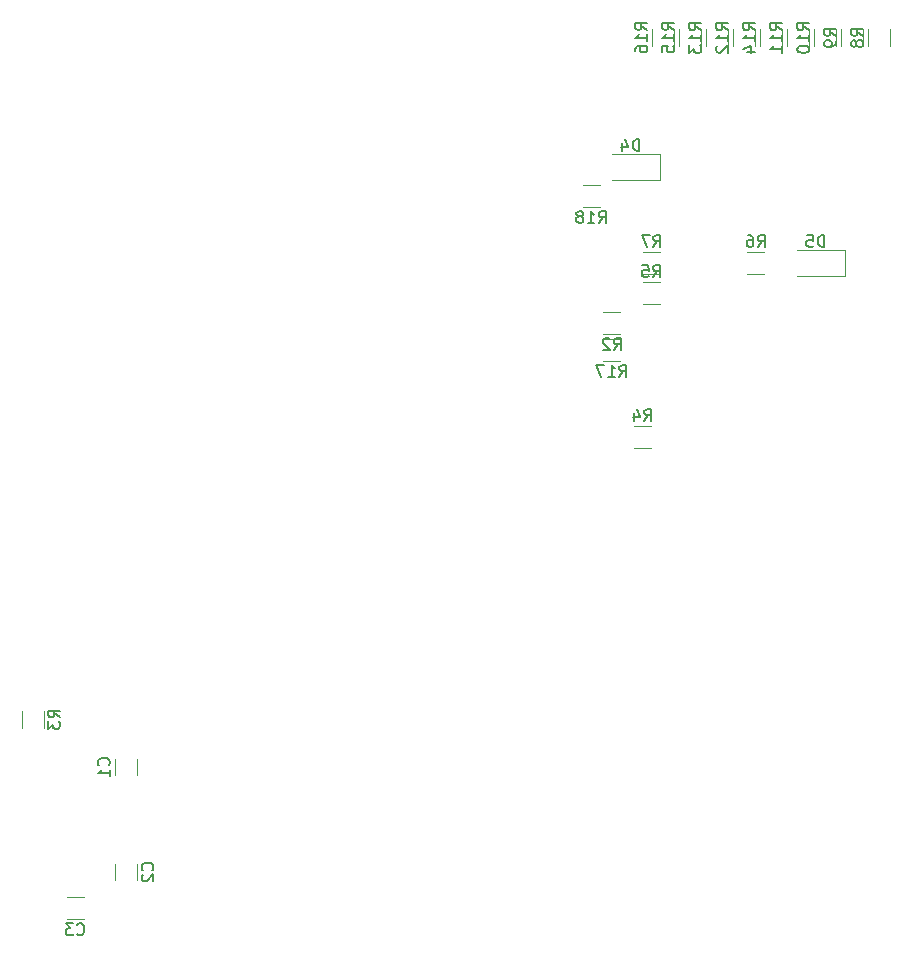
<source format=gbr>
%TF.GenerationSoftware,KiCad,Pcbnew,7.0.10-7.0.10~ubuntu20.04.1*%
%TF.CreationDate,2024-01-16T10:42:35+01:00*%
%TF.ProjectId,Unicomp_LCD_Board,556e6963-6f6d-4705-9f4c-43445f426f61,rev?*%
%TF.SameCoordinates,Original*%
%TF.FileFunction,Legend,Bot*%
%TF.FilePolarity,Positive*%
%FSLAX46Y46*%
G04 Gerber Fmt 4.6, Leading zero omitted, Abs format (unit mm)*
G04 Created by KiCad (PCBNEW 7.0.10-7.0.10~ubuntu20.04.1) date 2024-01-16 10:42:35*
%MOMM*%
%LPD*%
G01*
G04 APERTURE LIST*
%ADD10C,0.150000*%
%ADD11C,0.120000*%
G04 APERTURE END LIST*
D10*
X129140857Y-57900819D02*
X129474190Y-57424628D01*
X129712285Y-57900819D02*
X129712285Y-56900819D01*
X129712285Y-56900819D02*
X129331333Y-56900819D01*
X129331333Y-56900819D02*
X129236095Y-56948438D01*
X129236095Y-56948438D02*
X129188476Y-56996057D01*
X129188476Y-56996057D02*
X129140857Y-57091295D01*
X129140857Y-57091295D02*
X129140857Y-57234152D01*
X129140857Y-57234152D02*
X129188476Y-57329390D01*
X129188476Y-57329390D02*
X129236095Y-57377009D01*
X129236095Y-57377009D02*
X129331333Y-57424628D01*
X129331333Y-57424628D02*
X129712285Y-57424628D01*
X128188476Y-57900819D02*
X128759904Y-57900819D01*
X128474190Y-57900819D02*
X128474190Y-56900819D01*
X128474190Y-56900819D02*
X128569428Y-57043676D01*
X128569428Y-57043676D02*
X128664666Y-57138914D01*
X128664666Y-57138914D02*
X128759904Y-57186533D01*
X127855142Y-56900819D02*
X127188476Y-56900819D01*
X127188476Y-56900819D02*
X127617047Y-57900819D01*
X85885580Y-90765333D02*
X85933200Y-90717714D01*
X85933200Y-90717714D02*
X85980819Y-90574857D01*
X85980819Y-90574857D02*
X85980819Y-90479619D01*
X85980819Y-90479619D02*
X85933200Y-90336762D01*
X85933200Y-90336762D02*
X85837961Y-90241524D01*
X85837961Y-90241524D02*
X85742723Y-90193905D01*
X85742723Y-90193905D02*
X85552247Y-90146286D01*
X85552247Y-90146286D02*
X85409390Y-90146286D01*
X85409390Y-90146286D02*
X85218914Y-90193905D01*
X85218914Y-90193905D02*
X85123676Y-90241524D01*
X85123676Y-90241524D02*
X85028438Y-90336762D01*
X85028438Y-90336762D02*
X84980819Y-90479619D01*
X84980819Y-90479619D02*
X84980819Y-90574857D01*
X84980819Y-90574857D02*
X85028438Y-90717714D01*
X85028438Y-90717714D02*
X85076057Y-90765333D01*
X85980819Y-91717714D02*
X85980819Y-91146286D01*
X85980819Y-91432000D02*
X84980819Y-91432000D01*
X84980819Y-91432000D02*
X85123676Y-91336762D01*
X85123676Y-91336762D02*
X85218914Y-91241524D01*
X85218914Y-91241524D02*
X85266533Y-91146286D01*
X149764819Y-29017333D02*
X149288628Y-28684000D01*
X149764819Y-28445905D02*
X148764819Y-28445905D01*
X148764819Y-28445905D02*
X148764819Y-28826857D01*
X148764819Y-28826857D02*
X148812438Y-28922095D01*
X148812438Y-28922095D02*
X148860057Y-28969714D01*
X148860057Y-28969714D02*
X148955295Y-29017333D01*
X148955295Y-29017333D02*
X149098152Y-29017333D01*
X149098152Y-29017333D02*
X149193390Y-28969714D01*
X149193390Y-28969714D02*
X149241009Y-28922095D01*
X149241009Y-28922095D02*
X149288628Y-28826857D01*
X149288628Y-28826857D02*
X149288628Y-28445905D01*
X149193390Y-29588762D02*
X149145771Y-29493524D01*
X149145771Y-29493524D02*
X149098152Y-29445905D01*
X149098152Y-29445905D02*
X149002914Y-29398286D01*
X149002914Y-29398286D02*
X148955295Y-29398286D01*
X148955295Y-29398286D02*
X148860057Y-29445905D01*
X148860057Y-29445905D02*
X148812438Y-29493524D01*
X148812438Y-29493524D02*
X148764819Y-29588762D01*
X148764819Y-29588762D02*
X148764819Y-29779238D01*
X148764819Y-29779238D02*
X148812438Y-29874476D01*
X148812438Y-29874476D02*
X148860057Y-29922095D01*
X148860057Y-29922095D02*
X148955295Y-29969714D01*
X148955295Y-29969714D02*
X149002914Y-29969714D01*
X149002914Y-29969714D02*
X149098152Y-29922095D01*
X149098152Y-29922095D02*
X149145771Y-29874476D01*
X149145771Y-29874476D02*
X149193390Y-29779238D01*
X149193390Y-29779238D02*
X149193390Y-29588762D01*
X149193390Y-29588762D02*
X149241009Y-29493524D01*
X149241009Y-29493524D02*
X149288628Y-29445905D01*
X149288628Y-29445905D02*
X149383866Y-29398286D01*
X149383866Y-29398286D02*
X149574342Y-29398286D01*
X149574342Y-29398286D02*
X149669580Y-29445905D01*
X149669580Y-29445905D02*
X149717200Y-29493524D01*
X149717200Y-29493524D02*
X149764819Y-29588762D01*
X149764819Y-29588762D02*
X149764819Y-29779238D01*
X149764819Y-29779238D02*
X149717200Y-29874476D01*
X149717200Y-29874476D02*
X149669580Y-29922095D01*
X149669580Y-29922095D02*
X149574342Y-29969714D01*
X149574342Y-29969714D02*
X149383866Y-29969714D01*
X149383866Y-29969714D02*
X149288628Y-29922095D01*
X149288628Y-29922095D02*
X149241009Y-29874476D01*
X149241009Y-29874476D02*
X149193390Y-29779238D01*
X133762819Y-28524546D02*
X133286628Y-28191213D01*
X133762819Y-27953118D02*
X132762819Y-27953118D01*
X132762819Y-27953118D02*
X132762819Y-28334070D01*
X132762819Y-28334070D02*
X132810438Y-28429308D01*
X132810438Y-28429308D02*
X132858057Y-28476927D01*
X132858057Y-28476927D02*
X132953295Y-28524546D01*
X132953295Y-28524546D02*
X133096152Y-28524546D01*
X133096152Y-28524546D02*
X133191390Y-28476927D01*
X133191390Y-28476927D02*
X133239009Y-28429308D01*
X133239009Y-28429308D02*
X133286628Y-28334070D01*
X133286628Y-28334070D02*
X133286628Y-27953118D01*
X133762819Y-29476927D02*
X133762819Y-28905499D01*
X133762819Y-29191213D02*
X132762819Y-29191213D01*
X132762819Y-29191213D02*
X132905676Y-29095975D01*
X132905676Y-29095975D02*
X133000914Y-29000737D01*
X133000914Y-29000737D02*
X133048533Y-28905499D01*
X132762819Y-30381689D02*
X132762819Y-29905499D01*
X132762819Y-29905499D02*
X133239009Y-29857880D01*
X133239009Y-29857880D02*
X133191390Y-29905499D01*
X133191390Y-29905499D02*
X133143771Y-30000737D01*
X133143771Y-30000737D02*
X133143771Y-30238832D01*
X133143771Y-30238832D02*
X133191390Y-30334070D01*
X133191390Y-30334070D02*
X133239009Y-30381689D01*
X133239009Y-30381689D02*
X133334247Y-30429308D01*
X133334247Y-30429308D02*
X133572342Y-30429308D01*
X133572342Y-30429308D02*
X133667580Y-30381689D01*
X133667580Y-30381689D02*
X133715200Y-30334070D01*
X133715200Y-30334070D02*
X133762819Y-30238832D01*
X133762819Y-30238832D02*
X133762819Y-30000737D01*
X133762819Y-30000737D02*
X133715200Y-29905499D01*
X133715200Y-29905499D02*
X133667580Y-29857880D01*
X131256666Y-61626819D02*
X131589999Y-61150628D01*
X131828094Y-61626819D02*
X131828094Y-60626819D01*
X131828094Y-60626819D02*
X131447142Y-60626819D01*
X131447142Y-60626819D02*
X131351904Y-60674438D01*
X131351904Y-60674438D02*
X131304285Y-60722057D01*
X131304285Y-60722057D02*
X131256666Y-60817295D01*
X131256666Y-60817295D02*
X131256666Y-60960152D01*
X131256666Y-60960152D02*
X131304285Y-61055390D01*
X131304285Y-61055390D02*
X131351904Y-61103009D01*
X131351904Y-61103009D02*
X131447142Y-61150628D01*
X131447142Y-61150628D02*
X131828094Y-61150628D01*
X130399523Y-60960152D02*
X130399523Y-61626819D01*
X130637618Y-60579200D02*
X130875713Y-61293485D01*
X130875713Y-61293485D02*
X130256666Y-61293485D01*
X131476819Y-28524546D02*
X131000628Y-28191213D01*
X131476819Y-27953118D02*
X130476819Y-27953118D01*
X130476819Y-27953118D02*
X130476819Y-28334070D01*
X130476819Y-28334070D02*
X130524438Y-28429308D01*
X130524438Y-28429308D02*
X130572057Y-28476927D01*
X130572057Y-28476927D02*
X130667295Y-28524546D01*
X130667295Y-28524546D02*
X130810152Y-28524546D01*
X130810152Y-28524546D02*
X130905390Y-28476927D01*
X130905390Y-28476927D02*
X130953009Y-28429308D01*
X130953009Y-28429308D02*
X131000628Y-28334070D01*
X131000628Y-28334070D02*
X131000628Y-27953118D01*
X131476819Y-29476927D02*
X131476819Y-28905499D01*
X131476819Y-29191213D02*
X130476819Y-29191213D01*
X130476819Y-29191213D02*
X130619676Y-29095975D01*
X130619676Y-29095975D02*
X130714914Y-29000737D01*
X130714914Y-29000737D02*
X130762533Y-28905499D01*
X130476819Y-30334070D02*
X130476819Y-30143594D01*
X130476819Y-30143594D02*
X130524438Y-30048356D01*
X130524438Y-30048356D02*
X130572057Y-30000737D01*
X130572057Y-30000737D02*
X130714914Y-29905499D01*
X130714914Y-29905499D02*
X130905390Y-29857880D01*
X130905390Y-29857880D02*
X131286342Y-29857880D01*
X131286342Y-29857880D02*
X131381580Y-29905499D01*
X131381580Y-29905499D02*
X131429200Y-29953118D01*
X131429200Y-29953118D02*
X131476819Y-30048356D01*
X131476819Y-30048356D02*
X131476819Y-30238832D01*
X131476819Y-30238832D02*
X131429200Y-30334070D01*
X131429200Y-30334070D02*
X131381580Y-30381689D01*
X131381580Y-30381689D02*
X131286342Y-30429308D01*
X131286342Y-30429308D02*
X131048247Y-30429308D01*
X131048247Y-30429308D02*
X130953009Y-30381689D01*
X130953009Y-30381689D02*
X130905390Y-30334070D01*
X130905390Y-30334070D02*
X130857771Y-30238832D01*
X130857771Y-30238832D02*
X130857771Y-30048356D01*
X130857771Y-30048356D02*
X130905390Y-29953118D01*
X130905390Y-29953118D02*
X130953009Y-29905499D01*
X130953009Y-29905499D02*
X131048247Y-29857880D01*
X140856666Y-46894819D02*
X141189999Y-46418628D01*
X141428094Y-46894819D02*
X141428094Y-45894819D01*
X141428094Y-45894819D02*
X141047142Y-45894819D01*
X141047142Y-45894819D02*
X140951904Y-45942438D01*
X140951904Y-45942438D02*
X140904285Y-45990057D01*
X140904285Y-45990057D02*
X140856666Y-46085295D01*
X140856666Y-46085295D02*
X140856666Y-46228152D01*
X140856666Y-46228152D02*
X140904285Y-46323390D01*
X140904285Y-46323390D02*
X140951904Y-46371009D01*
X140951904Y-46371009D02*
X141047142Y-46418628D01*
X141047142Y-46418628D02*
X141428094Y-46418628D01*
X139999523Y-45894819D02*
X140189999Y-45894819D01*
X140189999Y-45894819D02*
X140285237Y-45942438D01*
X140285237Y-45942438D02*
X140332856Y-45990057D01*
X140332856Y-45990057D02*
X140428094Y-46132914D01*
X140428094Y-46132914D02*
X140475713Y-46323390D01*
X140475713Y-46323390D02*
X140475713Y-46704342D01*
X140475713Y-46704342D02*
X140428094Y-46799580D01*
X140428094Y-46799580D02*
X140380475Y-46847200D01*
X140380475Y-46847200D02*
X140285237Y-46894819D01*
X140285237Y-46894819D02*
X140094761Y-46894819D01*
X140094761Y-46894819D02*
X139999523Y-46847200D01*
X139999523Y-46847200D02*
X139951904Y-46799580D01*
X139951904Y-46799580D02*
X139904285Y-46704342D01*
X139904285Y-46704342D02*
X139904285Y-46466247D01*
X139904285Y-46466247D02*
X139951904Y-46371009D01*
X139951904Y-46371009D02*
X139999523Y-46323390D01*
X139999523Y-46323390D02*
X140094761Y-46275771D01*
X140094761Y-46275771D02*
X140285237Y-46275771D01*
X140285237Y-46275771D02*
X140380475Y-46323390D01*
X140380475Y-46323390D02*
X140428094Y-46371009D01*
X140428094Y-46371009D02*
X140475713Y-46466247D01*
X147478819Y-29017333D02*
X147002628Y-28684000D01*
X147478819Y-28445905D02*
X146478819Y-28445905D01*
X146478819Y-28445905D02*
X146478819Y-28826857D01*
X146478819Y-28826857D02*
X146526438Y-28922095D01*
X146526438Y-28922095D02*
X146574057Y-28969714D01*
X146574057Y-28969714D02*
X146669295Y-29017333D01*
X146669295Y-29017333D02*
X146812152Y-29017333D01*
X146812152Y-29017333D02*
X146907390Y-28969714D01*
X146907390Y-28969714D02*
X146955009Y-28922095D01*
X146955009Y-28922095D02*
X147002628Y-28826857D01*
X147002628Y-28826857D02*
X147002628Y-28445905D01*
X147478819Y-29493524D02*
X147478819Y-29684000D01*
X147478819Y-29684000D02*
X147431200Y-29779238D01*
X147431200Y-29779238D02*
X147383580Y-29826857D01*
X147383580Y-29826857D02*
X147240723Y-29922095D01*
X147240723Y-29922095D02*
X147050247Y-29969714D01*
X147050247Y-29969714D02*
X146669295Y-29969714D01*
X146669295Y-29969714D02*
X146574057Y-29922095D01*
X146574057Y-29922095D02*
X146526438Y-29874476D01*
X146526438Y-29874476D02*
X146478819Y-29779238D01*
X146478819Y-29779238D02*
X146478819Y-29588762D01*
X146478819Y-29588762D02*
X146526438Y-29493524D01*
X146526438Y-29493524D02*
X146574057Y-29445905D01*
X146574057Y-29445905D02*
X146669295Y-29398286D01*
X146669295Y-29398286D02*
X146907390Y-29398286D01*
X146907390Y-29398286D02*
X147002628Y-29445905D01*
X147002628Y-29445905D02*
X147050247Y-29493524D01*
X147050247Y-29493524D02*
X147097866Y-29588762D01*
X147097866Y-29588762D02*
X147097866Y-29779238D01*
X147097866Y-29779238D02*
X147050247Y-29874476D01*
X147050247Y-29874476D02*
X147002628Y-29922095D01*
X147002628Y-29922095D02*
X146907390Y-29969714D01*
X136048819Y-28541142D02*
X135572628Y-28207809D01*
X136048819Y-27969714D02*
X135048819Y-27969714D01*
X135048819Y-27969714D02*
X135048819Y-28350666D01*
X135048819Y-28350666D02*
X135096438Y-28445904D01*
X135096438Y-28445904D02*
X135144057Y-28493523D01*
X135144057Y-28493523D02*
X135239295Y-28541142D01*
X135239295Y-28541142D02*
X135382152Y-28541142D01*
X135382152Y-28541142D02*
X135477390Y-28493523D01*
X135477390Y-28493523D02*
X135525009Y-28445904D01*
X135525009Y-28445904D02*
X135572628Y-28350666D01*
X135572628Y-28350666D02*
X135572628Y-27969714D01*
X136048819Y-29493523D02*
X136048819Y-28922095D01*
X136048819Y-29207809D02*
X135048819Y-29207809D01*
X135048819Y-29207809D02*
X135191676Y-29112571D01*
X135191676Y-29112571D02*
X135286914Y-29017333D01*
X135286914Y-29017333D02*
X135334533Y-28922095D01*
X135048819Y-29826857D02*
X135048819Y-30445904D01*
X135048819Y-30445904D02*
X135429771Y-30112571D01*
X135429771Y-30112571D02*
X135429771Y-30255428D01*
X135429771Y-30255428D02*
X135477390Y-30350666D01*
X135477390Y-30350666D02*
X135525009Y-30398285D01*
X135525009Y-30398285D02*
X135620247Y-30445904D01*
X135620247Y-30445904D02*
X135858342Y-30445904D01*
X135858342Y-30445904D02*
X135953580Y-30398285D01*
X135953580Y-30398285D02*
X136001200Y-30350666D01*
X136001200Y-30350666D02*
X136048819Y-30255428D01*
X136048819Y-30255428D02*
X136048819Y-29969714D01*
X136048819Y-29969714D02*
X136001200Y-29874476D01*
X136001200Y-29874476D02*
X135953580Y-29826857D01*
X132018666Y-46880819D02*
X132351999Y-46404628D01*
X132590094Y-46880819D02*
X132590094Y-45880819D01*
X132590094Y-45880819D02*
X132209142Y-45880819D01*
X132209142Y-45880819D02*
X132113904Y-45928438D01*
X132113904Y-45928438D02*
X132066285Y-45976057D01*
X132066285Y-45976057D02*
X132018666Y-46071295D01*
X132018666Y-46071295D02*
X132018666Y-46214152D01*
X132018666Y-46214152D02*
X132066285Y-46309390D01*
X132066285Y-46309390D02*
X132113904Y-46357009D01*
X132113904Y-46357009D02*
X132209142Y-46404628D01*
X132209142Y-46404628D02*
X132590094Y-46404628D01*
X131685332Y-45880819D02*
X131018666Y-45880819D01*
X131018666Y-45880819D02*
X131447237Y-46880819D01*
X131992666Y-49434819D02*
X132325999Y-48958628D01*
X132564094Y-49434819D02*
X132564094Y-48434819D01*
X132564094Y-48434819D02*
X132183142Y-48434819D01*
X132183142Y-48434819D02*
X132087904Y-48482438D01*
X132087904Y-48482438D02*
X132040285Y-48530057D01*
X132040285Y-48530057D02*
X131992666Y-48625295D01*
X131992666Y-48625295D02*
X131992666Y-48768152D01*
X131992666Y-48768152D02*
X132040285Y-48863390D01*
X132040285Y-48863390D02*
X132087904Y-48911009D01*
X132087904Y-48911009D02*
X132183142Y-48958628D01*
X132183142Y-48958628D02*
X132564094Y-48958628D01*
X131087904Y-48434819D02*
X131564094Y-48434819D01*
X131564094Y-48434819D02*
X131611713Y-48911009D01*
X131611713Y-48911009D02*
X131564094Y-48863390D01*
X131564094Y-48863390D02*
X131468856Y-48815771D01*
X131468856Y-48815771D02*
X131230761Y-48815771D01*
X131230761Y-48815771D02*
X131135523Y-48863390D01*
X131135523Y-48863390D02*
X131087904Y-48911009D01*
X131087904Y-48911009D02*
X131040285Y-49006247D01*
X131040285Y-49006247D02*
X131040285Y-49244342D01*
X131040285Y-49244342D02*
X131087904Y-49339580D01*
X131087904Y-49339580D02*
X131135523Y-49387200D01*
X131135523Y-49387200D02*
X131230761Y-49434819D01*
X131230761Y-49434819D02*
X131468856Y-49434819D01*
X131468856Y-49434819D02*
X131564094Y-49387200D01*
X131564094Y-49387200D02*
X131611713Y-49339580D01*
X145192819Y-28541142D02*
X144716628Y-28207809D01*
X145192819Y-27969714D02*
X144192819Y-27969714D01*
X144192819Y-27969714D02*
X144192819Y-28350666D01*
X144192819Y-28350666D02*
X144240438Y-28445904D01*
X144240438Y-28445904D02*
X144288057Y-28493523D01*
X144288057Y-28493523D02*
X144383295Y-28541142D01*
X144383295Y-28541142D02*
X144526152Y-28541142D01*
X144526152Y-28541142D02*
X144621390Y-28493523D01*
X144621390Y-28493523D02*
X144669009Y-28445904D01*
X144669009Y-28445904D02*
X144716628Y-28350666D01*
X144716628Y-28350666D02*
X144716628Y-27969714D01*
X145192819Y-29493523D02*
X145192819Y-28922095D01*
X145192819Y-29207809D02*
X144192819Y-29207809D01*
X144192819Y-29207809D02*
X144335676Y-29112571D01*
X144335676Y-29112571D02*
X144430914Y-29017333D01*
X144430914Y-29017333D02*
X144478533Y-28922095D01*
X144192819Y-30112571D02*
X144192819Y-30207809D01*
X144192819Y-30207809D02*
X144240438Y-30303047D01*
X144240438Y-30303047D02*
X144288057Y-30350666D01*
X144288057Y-30350666D02*
X144383295Y-30398285D01*
X144383295Y-30398285D02*
X144573771Y-30445904D01*
X144573771Y-30445904D02*
X144811866Y-30445904D01*
X144811866Y-30445904D02*
X145002342Y-30398285D01*
X145002342Y-30398285D02*
X145097580Y-30350666D01*
X145097580Y-30350666D02*
X145145200Y-30303047D01*
X145145200Y-30303047D02*
X145192819Y-30207809D01*
X145192819Y-30207809D02*
X145192819Y-30112571D01*
X145192819Y-30112571D02*
X145145200Y-30017333D01*
X145145200Y-30017333D02*
X145097580Y-29969714D01*
X145097580Y-29969714D02*
X145002342Y-29922095D01*
X145002342Y-29922095D02*
X144811866Y-29874476D01*
X144811866Y-29874476D02*
X144573771Y-29874476D01*
X144573771Y-29874476D02*
X144383295Y-29922095D01*
X144383295Y-29922095D02*
X144288057Y-29969714D01*
X144288057Y-29969714D02*
X144240438Y-30017333D01*
X144240438Y-30017333D02*
X144192819Y-30112571D01*
X81776819Y-86727333D02*
X81300628Y-86394000D01*
X81776819Y-86155905D02*
X80776819Y-86155905D01*
X80776819Y-86155905D02*
X80776819Y-86536857D01*
X80776819Y-86536857D02*
X80824438Y-86632095D01*
X80824438Y-86632095D02*
X80872057Y-86679714D01*
X80872057Y-86679714D02*
X80967295Y-86727333D01*
X80967295Y-86727333D02*
X81110152Y-86727333D01*
X81110152Y-86727333D02*
X81205390Y-86679714D01*
X81205390Y-86679714D02*
X81253009Y-86632095D01*
X81253009Y-86632095D02*
X81300628Y-86536857D01*
X81300628Y-86536857D02*
X81300628Y-86155905D01*
X80776819Y-87060667D02*
X80776819Y-87679714D01*
X80776819Y-87679714D02*
X81157771Y-87346381D01*
X81157771Y-87346381D02*
X81157771Y-87489238D01*
X81157771Y-87489238D02*
X81205390Y-87584476D01*
X81205390Y-87584476D02*
X81253009Y-87632095D01*
X81253009Y-87632095D02*
X81348247Y-87679714D01*
X81348247Y-87679714D02*
X81586342Y-87679714D01*
X81586342Y-87679714D02*
X81681580Y-87632095D01*
X81681580Y-87632095D02*
X81729200Y-87584476D01*
X81729200Y-87584476D02*
X81776819Y-87489238D01*
X81776819Y-87489238D02*
X81776819Y-87203524D01*
X81776819Y-87203524D02*
X81729200Y-87108286D01*
X81729200Y-87108286D02*
X81681580Y-87060667D01*
X130822594Y-38766819D02*
X130822594Y-37766819D01*
X130822594Y-37766819D02*
X130584499Y-37766819D01*
X130584499Y-37766819D02*
X130441642Y-37814438D01*
X130441642Y-37814438D02*
X130346404Y-37909676D01*
X130346404Y-37909676D02*
X130298785Y-38004914D01*
X130298785Y-38004914D02*
X130251166Y-38195390D01*
X130251166Y-38195390D02*
X130251166Y-38338247D01*
X130251166Y-38338247D02*
X130298785Y-38528723D01*
X130298785Y-38528723D02*
X130346404Y-38623961D01*
X130346404Y-38623961D02*
X130441642Y-38719200D01*
X130441642Y-38719200D02*
X130584499Y-38766819D01*
X130584499Y-38766819D02*
X130822594Y-38766819D01*
X129394023Y-38100152D02*
X129394023Y-38766819D01*
X129632118Y-37719200D02*
X129870213Y-38433485D01*
X129870213Y-38433485D02*
X129251166Y-38433485D01*
X146497594Y-46894819D02*
X146497594Y-45894819D01*
X146497594Y-45894819D02*
X146259499Y-45894819D01*
X146259499Y-45894819D02*
X146116642Y-45942438D01*
X146116642Y-45942438D02*
X146021404Y-46037676D01*
X146021404Y-46037676D02*
X145973785Y-46132914D01*
X145973785Y-46132914D02*
X145926166Y-46323390D01*
X145926166Y-46323390D02*
X145926166Y-46466247D01*
X145926166Y-46466247D02*
X145973785Y-46656723D01*
X145973785Y-46656723D02*
X146021404Y-46751961D01*
X146021404Y-46751961D02*
X146116642Y-46847200D01*
X146116642Y-46847200D02*
X146259499Y-46894819D01*
X146259499Y-46894819D02*
X146497594Y-46894819D01*
X145021404Y-45894819D02*
X145497594Y-45894819D01*
X145497594Y-45894819D02*
X145545213Y-46371009D01*
X145545213Y-46371009D02*
X145497594Y-46323390D01*
X145497594Y-46323390D02*
X145402356Y-46275771D01*
X145402356Y-46275771D02*
X145164261Y-46275771D01*
X145164261Y-46275771D02*
X145069023Y-46323390D01*
X145069023Y-46323390D02*
X145021404Y-46371009D01*
X145021404Y-46371009D02*
X144973785Y-46466247D01*
X144973785Y-46466247D02*
X144973785Y-46704342D01*
X144973785Y-46704342D02*
X145021404Y-46799580D01*
X145021404Y-46799580D02*
X145069023Y-46847200D01*
X145069023Y-46847200D02*
X145164261Y-46894819D01*
X145164261Y-46894819D02*
X145402356Y-46894819D01*
X145402356Y-46894819D02*
X145497594Y-46847200D01*
X145497594Y-46847200D02*
X145545213Y-46799580D01*
X138334819Y-28541142D02*
X137858628Y-28207809D01*
X138334819Y-27969714D02*
X137334819Y-27969714D01*
X137334819Y-27969714D02*
X137334819Y-28350666D01*
X137334819Y-28350666D02*
X137382438Y-28445904D01*
X137382438Y-28445904D02*
X137430057Y-28493523D01*
X137430057Y-28493523D02*
X137525295Y-28541142D01*
X137525295Y-28541142D02*
X137668152Y-28541142D01*
X137668152Y-28541142D02*
X137763390Y-28493523D01*
X137763390Y-28493523D02*
X137811009Y-28445904D01*
X137811009Y-28445904D02*
X137858628Y-28350666D01*
X137858628Y-28350666D02*
X137858628Y-27969714D01*
X138334819Y-29493523D02*
X138334819Y-28922095D01*
X138334819Y-29207809D02*
X137334819Y-29207809D01*
X137334819Y-29207809D02*
X137477676Y-29112571D01*
X137477676Y-29112571D02*
X137572914Y-29017333D01*
X137572914Y-29017333D02*
X137620533Y-28922095D01*
X137430057Y-29874476D02*
X137382438Y-29922095D01*
X137382438Y-29922095D02*
X137334819Y-30017333D01*
X137334819Y-30017333D02*
X137334819Y-30255428D01*
X137334819Y-30255428D02*
X137382438Y-30350666D01*
X137382438Y-30350666D02*
X137430057Y-30398285D01*
X137430057Y-30398285D02*
X137525295Y-30445904D01*
X137525295Y-30445904D02*
X137620533Y-30445904D01*
X137620533Y-30445904D02*
X137763390Y-30398285D01*
X137763390Y-30398285D02*
X138334819Y-29826857D01*
X138334819Y-29826857D02*
X138334819Y-30445904D01*
X142906819Y-28541142D02*
X142430628Y-28207809D01*
X142906819Y-27969714D02*
X141906819Y-27969714D01*
X141906819Y-27969714D02*
X141906819Y-28350666D01*
X141906819Y-28350666D02*
X141954438Y-28445904D01*
X141954438Y-28445904D02*
X142002057Y-28493523D01*
X142002057Y-28493523D02*
X142097295Y-28541142D01*
X142097295Y-28541142D02*
X142240152Y-28541142D01*
X142240152Y-28541142D02*
X142335390Y-28493523D01*
X142335390Y-28493523D02*
X142383009Y-28445904D01*
X142383009Y-28445904D02*
X142430628Y-28350666D01*
X142430628Y-28350666D02*
X142430628Y-27969714D01*
X142906819Y-29493523D02*
X142906819Y-28922095D01*
X142906819Y-29207809D02*
X141906819Y-29207809D01*
X141906819Y-29207809D02*
X142049676Y-29112571D01*
X142049676Y-29112571D02*
X142144914Y-29017333D01*
X142144914Y-29017333D02*
X142192533Y-28922095D01*
X142906819Y-30445904D02*
X142906819Y-29874476D01*
X142906819Y-30160190D02*
X141906819Y-30160190D01*
X141906819Y-30160190D02*
X142049676Y-30064952D01*
X142049676Y-30064952D02*
X142144914Y-29969714D01*
X142144914Y-29969714D02*
X142192533Y-29874476D01*
X89585580Y-99655333D02*
X89633200Y-99607714D01*
X89633200Y-99607714D02*
X89680819Y-99464857D01*
X89680819Y-99464857D02*
X89680819Y-99369619D01*
X89680819Y-99369619D02*
X89633200Y-99226762D01*
X89633200Y-99226762D02*
X89537961Y-99131524D01*
X89537961Y-99131524D02*
X89442723Y-99083905D01*
X89442723Y-99083905D02*
X89252247Y-99036286D01*
X89252247Y-99036286D02*
X89109390Y-99036286D01*
X89109390Y-99036286D02*
X88918914Y-99083905D01*
X88918914Y-99083905D02*
X88823676Y-99131524D01*
X88823676Y-99131524D02*
X88728438Y-99226762D01*
X88728438Y-99226762D02*
X88680819Y-99369619D01*
X88680819Y-99369619D02*
X88680819Y-99464857D01*
X88680819Y-99464857D02*
X88728438Y-99607714D01*
X88728438Y-99607714D02*
X88776057Y-99655333D01*
X88776057Y-100036286D02*
X88728438Y-100083905D01*
X88728438Y-100083905D02*
X88680819Y-100179143D01*
X88680819Y-100179143D02*
X88680819Y-100417238D01*
X88680819Y-100417238D02*
X88728438Y-100512476D01*
X88728438Y-100512476D02*
X88776057Y-100560095D01*
X88776057Y-100560095D02*
X88871295Y-100607714D01*
X88871295Y-100607714D02*
X88966533Y-100607714D01*
X88966533Y-100607714D02*
X89109390Y-100560095D01*
X89109390Y-100560095D02*
X89680819Y-99988667D01*
X89680819Y-99988667D02*
X89680819Y-100607714D01*
X128664666Y-55614819D02*
X128997999Y-55138628D01*
X129236094Y-55614819D02*
X129236094Y-54614819D01*
X129236094Y-54614819D02*
X128855142Y-54614819D01*
X128855142Y-54614819D02*
X128759904Y-54662438D01*
X128759904Y-54662438D02*
X128712285Y-54710057D01*
X128712285Y-54710057D02*
X128664666Y-54805295D01*
X128664666Y-54805295D02*
X128664666Y-54948152D01*
X128664666Y-54948152D02*
X128712285Y-55043390D01*
X128712285Y-55043390D02*
X128759904Y-55091009D01*
X128759904Y-55091009D02*
X128855142Y-55138628D01*
X128855142Y-55138628D02*
X129236094Y-55138628D01*
X128283713Y-54710057D02*
X128236094Y-54662438D01*
X128236094Y-54662438D02*
X128140856Y-54614819D01*
X128140856Y-54614819D02*
X127902761Y-54614819D01*
X127902761Y-54614819D02*
X127807523Y-54662438D01*
X127807523Y-54662438D02*
X127759904Y-54710057D01*
X127759904Y-54710057D02*
X127712285Y-54805295D01*
X127712285Y-54805295D02*
X127712285Y-54900533D01*
X127712285Y-54900533D02*
X127759904Y-55043390D01*
X127759904Y-55043390D02*
X128331332Y-55614819D01*
X128331332Y-55614819D02*
X127712285Y-55614819D01*
X140620819Y-28541142D02*
X140144628Y-28207809D01*
X140620819Y-27969714D02*
X139620819Y-27969714D01*
X139620819Y-27969714D02*
X139620819Y-28350666D01*
X139620819Y-28350666D02*
X139668438Y-28445904D01*
X139668438Y-28445904D02*
X139716057Y-28493523D01*
X139716057Y-28493523D02*
X139811295Y-28541142D01*
X139811295Y-28541142D02*
X139954152Y-28541142D01*
X139954152Y-28541142D02*
X140049390Y-28493523D01*
X140049390Y-28493523D02*
X140097009Y-28445904D01*
X140097009Y-28445904D02*
X140144628Y-28350666D01*
X140144628Y-28350666D02*
X140144628Y-27969714D01*
X140620819Y-29493523D02*
X140620819Y-28922095D01*
X140620819Y-29207809D02*
X139620819Y-29207809D01*
X139620819Y-29207809D02*
X139763676Y-29112571D01*
X139763676Y-29112571D02*
X139858914Y-29017333D01*
X139858914Y-29017333D02*
X139906533Y-28922095D01*
X139954152Y-30350666D02*
X140620819Y-30350666D01*
X139573200Y-30112571D02*
X140287485Y-29874476D01*
X140287485Y-29874476D02*
X140287485Y-30493523D01*
X83224666Y-105079580D02*
X83272285Y-105127200D01*
X83272285Y-105127200D02*
X83415142Y-105174819D01*
X83415142Y-105174819D02*
X83510380Y-105174819D01*
X83510380Y-105174819D02*
X83653237Y-105127200D01*
X83653237Y-105127200D02*
X83748475Y-105031961D01*
X83748475Y-105031961D02*
X83796094Y-104936723D01*
X83796094Y-104936723D02*
X83843713Y-104746247D01*
X83843713Y-104746247D02*
X83843713Y-104603390D01*
X83843713Y-104603390D02*
X83796094Y-104412914D01*
X83796094Y-104412914D02*
X83748475Y-104317676D01*
X83748475Y-104317676D02*
X83653237Y-104222438D01*
X83653237Y-104222438D02*
X83510380Y-104174819D01*
X83510380Y-104174819D02*
X83415142Y-104174819D01*
X83415142Y-104174819D02*
X83272285Y-104222438D01*
X83272285Y-104222438D02*
X83224666Y-104270057D01*
X82891332Y-104174819D02*
X82272285Y-104174819D01*
X82272285Y-104174819D02*
X82605618Y-104555771D01*
X82605618Y-104555771D02*
X82462761Y-104555771D01*
X82462761Y-104555771D02*
X82367523Y-104603390D01*
X82367523Y-104603390D02*
X82319904Y-104651009D01*
X82319904Y-104651009D02*
X82272285Y-104746247D01*
X82272285Y-104746247D02*
X82272285Y-104984342D01*
X82272285Y-104984342D02*
X82319904Y-105079580D01*
X82319904Y-105079580D02*
X82367523Y-105127200D01*
X82367523Y-105127200D02*
X82462761Y-105174819D01*
X82462761Y-105174819D02*
X82748475Y-105174819D01*
X82748475Y-105174819D02*
X82843713Y-105127200D01*
X82843713Y-105127200D02*
X82891332Y-105079580D01*
X127398241Y-44866678D02*
X127731574Y-44390487D01*
X127969669Y-44866678D02*
X127969669Y-43866678D01*
X127969669Y-43866678D02*
X127588717Y-43866678D01*
X127588717Y-43866678D02*
X127493479Y-43914297D01*
X127493479Y-43914297D02*
X127445860Y-43961916D01*
X127445860Y-43961916D02*
X127398241Y-44057154D01*
X127398241Y-44057154D02*
X127398241Y-44200011D01*
X127398241Y-44200011D02*
X127445860Y-44295249D01*
X127445860Y-44295249D02*
X127493479Y-44342868D01*
X127493479Y-44342868D02*
X127588717Y-44390487D01*
X127588717Y-44390487D02*
X127969669Y-44390487D01*
X126445860Y-44866678D02*
X127017288Y-44866678D01*
X126731574Y-44866678D02*
X126731574Y-43866678D01*
X126731574Y-43866678D02*
X126826812Y-44009535D01*
X126826812Y-44009535D02*
X126922050Y-44104773D01*
X126922050Y-44104773D02*
X127017288Y-44152392D01*
X125874431Y-44295249D02*
X125969669Y-44247630D01*
X125969669Y-44247630D02*
X126017288Y-44200011D01*
X126017288Y-44200011D02*
X126064907Y-44104773D01*
X126064907Y-44104773D02*
X126064907Y-44057154D01*
X126064907Y-44057154D02*
X126017288Y-43961916D01*
X126017288Y-43961916D02*
X125969669Y-43914297D01*
X125969669Y-43914297D02*
X125874431Y-43866678D01*
X125874431Y-43866678D02*
X125683955Y-43866678D01*
X125683955Y-43866678D02*
X125588717Y-43914297D01*
X125588717Y-43914297D02*
X125541098Y-43961916D01*
X125541098Y-43961916D02*
X125493479Y-44057154D01*
X125493479Y-44057154D02*
X125493479Y-44104773D01*
X125493479Y-44104773D02*
X125541098Y-44200011D01*
X125541098Y-44200011D02*
X125588717Y-44247630D01*
X125588717Y-44247630D02*
X125683955Y-44295249D01*
X125683955Y-44295249D02*
X125874431Y-44295249D01*
X125874431Y-44295249D02*
X125969669Y-44342868D01*
X125969669Y-44342868D02*
X126017288Y-44390487D01*
X126017288Y-44390487D02*
X126064907Y-44485725D01*
X126064907Y-44485725D02*
X126064907Y-44676201D01*
X126064907Y-44676201D02*
X126017288Y-44771439D01*
X126017288Y-44771439D02*
X125969669Y-44819059D01*
X125969669Y-44819059D02*
X125874431Y-44866678D01*
X125874431Y-44866678D02*
X125683955Y-44866678D01*
X125683955Y-44866678D02*
X125588717Y-44819059D01*
X125588717Y-44819059D02*
X125541098Y-44771439D01*
X125541098Y-44771439D02*
X125493479Y-44676201D01*
X125493479Y-44676201D02*
X125493479Y-44485725D01*
X125493479Y-44485725D02*
X125541098Y-44390487D01*
X125541098Y-44390487D02*
X125588717Y-44342868D01*
X125588717Y-44342868D02*
X125683955Y-44295249D01*
D11*
%TO.C,R17*%
X127770936Y-54716000D02*
X129225064Y-54716000D01*
X127770936Y-56536000D02*
X129225064Y-56536000D01*
%TO.C,C1*%
X88286000Y-90220748D02*
X88286000Y-91643252D01*
X86466000Y-90220748D02*
X86466000Y-91643252D01*
%TO.C,R8*%
X152040000Y-28456936D02*
X152040000Y-29911064D01*
X150220000Y-28456936D02*
X150220000Y-29911064D01*
%TO.C,R15*%
X136038000Y-28440340D02*
X136038000Y-29894468D01*
X134218000Y-28440340D02*
X134218000Y-29894468D01*
%TO.C,R4*%
X131817064Y-63902000D02*
X130362936Y-63902000D01*
X131817064Y-62082000D02*
X130362936Y-62082000D01*
%TO.C,R16*%
X133752000Y-28440340D02*
X133752000Y-29894468D01*
X131932000Y-28440340D02*
X131932000Y-29894468D01*
%TO.C,R6*%
X141417064Y-49170000D02*
X139962936Y-49170000D01*
X141417064Y-47350000D02*
X139962936Y-47350000D01*
%TO.C,R9*%
X149754000Y-28456936D02*
X149754000Y-29911064D01*
X147934000Y-28456936D02*
X147934000Y-29911064D01*
%TO.C,R13*%
X138324000Y-28456936D02*
X138324000Y-29911064D01*
X136504000Y-28456936D02*
X136504000Y-29911064D01*
%TO.C,R7*%
X132579064Y-49156000D02*
X131124936Y-49156000D01*
X132579064Y-47336000D02*
X131124936Y-47336000D01*
%TO.C,R5*%
X132553064Y-51710000D02*
X131098936Y-51710000D01*
X132553064Y-49890000D02*
X131098936Y-49890000D01*
%TO.C,R10*%
X147468000Y-28456936D02*
X147468000Y-29911064D01*
X145648000Y-28456936D02*
X145648000Y-29911064D01*
%TO.C,R3*%
X78592000Y-87621064D02*
X78592000Y-86166936D01*
X80412000Y-87621064D02*
X80412000Y-86166936D01*
%TO.C,D4*%
X132544500Y-41267000D02*
X128484500Y-41267000D01*
X132544500Y-38997000D02*
X132544500Y-41267000D01*
X128484500Y-38997000D02*
X132544500Y-38997000D01*
%TO.C,D5*%
X148219500Y-49395000D02*
X144159500Y-49395000D01*
X148219500Y-47125000D02*
X148219500Y-49395000D01*
X144159500Y-47125000D02*
X148219500Y-47125000D01*
%TO.C,R12*%
X140610000Y-28456936D02*
X140610000Y-29911064D01*
X138790000Y-28456936D02*
X138790000Y-29911064D01*
%TO.C,R11*%
X145182000Y-28456936D02*
X145182000Y-29911064D01*
X143362000Y-28456936D02*
X143362000Y-29911064D01*
%TO.C,C2*%
X86466000Y-100533252D02*
X86466000Y-99110748D01*
X88286000Y-100533252D02*
X88286000Y-99110748D01*
%TO.C,R2*%
X127770936Y-52430000D02*
X129225064Y-52430000D01*
X127770936Y-54250000D02*
X129225064Y-54250000D01*
%TO.C,R14*%
X142896000Y-28456936D02*
X142896000Y-29911064D01*
X141076000Y-28456936D02*
X141076000Y-29911064D01*
%TO.C,C3*%
X82346748Y-101960000D02*
X83769252Y-101960000D01*
X82346748Y-103780000D02*
X83769252Y-103780000D01*
%TO.C,R18*%
X126028320Y-41681859D02*
X127482448Y-41681859D01*
X126028320Y-43501859D02*
X127482448Y-43501859D01*
%TD*%
M02*

</source>
